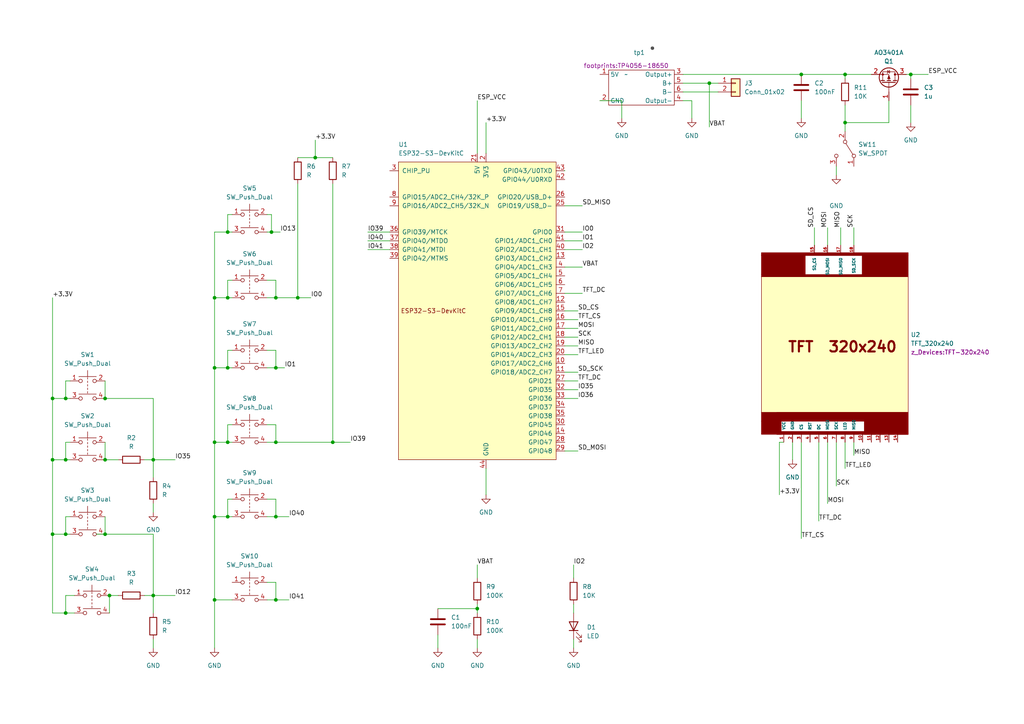
<source format=kicad_sch>
(kicad_sch (version 20230121) (generator eeschema)
  (paper "A4")
  (lib_symbols
    (symbol "Connector_Generic:Conn_01x02" (pin_names (offset 1.016) hide)
      (property "Reference" "J" (at 0 2.54 0))
      (property "Value" "Conn_01x02" (at 0 -5.08 0))
      (symbol "Conn_01x02_1_1"
        (rectangle (start -1.27 -2.413) (end 0 -2.667) (stroke (width 0.1524)))
        (rectangle (start -1.27 0.127) (end 0 -0.127) (stroke (width 0.1524)))
        (rectangle (start -1.27 1.27) (end 1.27 -3.81) (stroke (width 0.254)) (fill (type background)))
        (pin passive line (at -5.08 0 0) (length 3.81) (name "Pin_1") (number "1"))
        (pin passive line (at -5.08 -2.54 0) (length 3.81) (name "Pin_2") (number "2"))
      )
    )
    (symbol "Device:C" (pin_numbers hide) (pin_names (offset 0.254))
      (property "Reference" "C" (at 0.635 2.54 0))
      (property "Value" "C" (at 0.635 -2.54 0))
      (symbol "C_0_1"
        (polyline (pts (xy -2.032 -0.762) (xy 2.032 -0.762)) (stroke (width 0.508)))
        (polyline (pts (xy -2.032 0.762) (xy 2.032 0.762)) (stroke (width 0.508)))
      )
      (symbol "C_1_1"
        (pin passive line (at 0 3.81 270) (length 2.794) (name "~") (number "1"))
        (pin passive line (at 0 -3.81 90) (length 2.794) (name "~") (number "2"))
      )
    )
    (symbol "Device:LED" (pin_numbers hide) (pin_names (offset 1.016) hide)
      (property "Reference" "D" (at 0 2.54 0))
      (property "Value" "LED" (at 0 -2.54 0))
      (symbol "LED_0_1"
        (polyline (pts (xy -1.27 -1.27) (xy -1.27 1.27)) (stroke (width 0.254)))
        (polyline (pts (xy -1.27 0) (xy 1.27 0)))
        (polyline (pts (xy 1.27 -1.27) (xy 1.27 1.27) (xy -1.27 0) (xy 1.27 -1.27)) (stroke (width 0.254)))
        (polyline (pts (xy -3.048 -0.762) (xy -4.572 -2.286) (xy -3.81 -2.286) (xy -4.572 -2.286) (xy -4.572 -1.524)))
        (polyline (pts (xy -1.778 -0.762) (xy -3.302 -2.286) (xy -2.54 -2.286) (xy -3.302 -2.286) (xy -3.302 -1.524)))
      )
      (symbol "LED_1_1"
        (pin passive line (at -3.81 0 0) (length 2.54) (name "K") (number "1"))
        (pin passive line (at 3.81 0 180) (length 2.54) (name "A") (number "2"))
      )
    )
    (symbol "Device:R" (pin_numbers hide) (pin_names (offset 0))
      (property "Reference" "R" (at 2.032 0 90))
      (property "Value" "R" (at 0 0 90))
      (symbol "R_0_1"
        (rectangle (start -1.016 -2.54) (end 1.016 2.54) (stroke (width 0.254)))
      )
      (symbol "R_1_1"
        (pin passive line (at 0 3.81 270) (length 1.27) (name "~") (number "1"))
        (pin passive line (at 0 -3.81 90) (length 1.27) (name "~") (number "2"))
      )
    )
    (symbol "Interface:tp4056_board"
      (property "Reference" "tp4056" (at -12.7 -10.16 0))
      (property "Footprint" "footprints:TP4056-18650" (at -16.51 -3.81 0))
      (symbol "tp4056_board_1_1"
        (rectangle (start -21.59 -5.08) (end -2.54 -15.24))
        (rectangle (start -8.89 1.27) (end -8.89 1.27) (stroke (width 1) (color 72 72 72 1)))
        (pin power_in line (at -24.13 -6.35 0) (length 2.54) (name "5V") (number "1"))
        (pin power_in line (at -24.13 -13.97 0) (length 2.54) (name "GND") (number "2"))
        (pin power_out line (at 0 -6.35 180) (length 2.54) (name "Output+") (number "3"))
        (pin power_out line (at 0 -13.97 180) (length 2.54) (name "Output-") (number "4"))
        (pin power_out line (at 0 -8.89 180) (length 2.54) (name "B+") (number "5"))
        (pin power_out line (at 0 -11.43 180) (length 2.54) (name "B-") (number "6"))
      )
    )
    (symbol "PCM_Espressif:ESP32-S3-DevKitC" (pin_names (offset 1.016))
      (property "Reference" "U" (at -22.86 48.26 0))
      (property "Value" "ESP32-S3-DevKitC" (at -22.86 45.72 0))
      (symbol "ESP32-S3-DevKitC_0_0"
        (text "ESP32-S3-DevKitC" (at -12.7 0 0) (effects (font (size 1.27 1.27))))
        (pin bidirectional line (at 25.4 -35.56 180) (length 2.54) (name "GPIO46") (number "14"))
        (pin bidirectional line (at 25.4 -10.16 180) (length 2.54) (name "GPIO13/ADC2_CH2") (number "19"))
        (pin bidirectional line (at -25.4 15.24 0) (length 2.54) (name "GPIO42/MTMS") (number "39"))
        (pin bidirectional line (at 25.4 17.78 180) (length 2.54) (name "GPIO2/ADC1_CH1") (number "40"))
        (pin bidirectional line (at 25.4 20.32 180) (length 2.54) (name "GPIO1/ADC1_CH0") (number "41"))
        (pin bidirectional line (at 25.4 38.1 180) (length 2.54) (name "GPIO44/U0RXD") (number "42"))
        (pin bidirectional line (at 25.4 40.64 180) (length 2.54) (name "GPIO43/U0TXD") (number "43"))
      )
      (symbol "ESP32-S3-DevKitC_0_1"
        (pin power_in line (at 2.54 45.72 270) (length 2.54) (name "3V3") (number "2"))
      )
      (symbol "ESP32-S3-DevKitC_1_1"
        (rectangle (start -22.86 43.18) (end 22.86 -43.18) (fill (type background)))
        (pin passive line (at 2.54 45.72 270) (length 2.54) hide (name "3V3") (number "1"))
        (pin bidirectional line (at 25.4 -15.24 180) (length 2.54) (name "GPIO17/ADC2_CH6") (number "10"))
        (pin bidirectional line (at 25.4 -17.78 180) (length 2.54) (name "GPIO18/ADC2_CH7") (number "11"))
        (pin bidirectional line (at 25.4 2.54 180) (length 2.54) (name "GPIO8/ADC1_CH7") (number "12"))
        (pin bidirectional line (at 25.4 15.24 180) (length 2.54) (name "GPIO3/ADC1_CH2") (number "13"))
        (pin bidirectional line (at 25.4 0 180) (length 2.54) (name "GPIO9/ADC1_CH8") (number "15"))
        (pin bidirectional line (at 25.4 -2.54 180) (length 2.54) (name "GPIO10/ADC1_CH9") (number "16"))
        (pin bidirectional line (at 25.4 -5.08 180) (length 2.54) (name "GPIO11/ADC2_CH0") (number "17"))
        (pin bidirectional line (at 25.4 -7.62 180) (length 2.54) (name "GPIO12/ADC2_CH1") (number "18"))
        (pin bidirectional line (at 25.4 -12.7 180) (length 2.54) (name "GPIO14/ADC2_CH3") (number "20"))
        (pin power_in line (at 0 45.72 270) (length 2.54) (name "5V") (number "21"))
        (pin passive line (at -17.78 -45.72 90) (length 2.54) hide (name "GND") (number "22"))
        (pin passive line (at -12.7 -45.72 90) (length 2.54) hide (name "GND") (number "23"))
        (pin passive line (at -7.62 -45.72 90) (length 2.54) hide (name "GND") (number "24"))
        (pin bidirectional line (at 25.4 30.48 180) (length 2.54) (name "GPIO19/USB_D-") (number "25"))
        (pin bidirectional line (at 25.4 33.02 180) (length 2.54) (name "GPIO20/USB_D+") (number "26"))
        (pin bidirectional line (at 25.4 -20.32 180) (length 2.54) (name "GPIO21") (number "27"))
        (pin bidirectional line (at 25.4 -38.1 180) (length 2.54) (name "GPIO47") (number "28"))
        (pin bidirectional line (at 25.4 -40.64 180) (length 2.54) (name "GPIO48") (number "29"))
        (pin input line (at -25.4 40.64 0) (length 2.54) (name "CHIP_PU") (number "3"))
        (pin bidirectional line (at 25.4 -33.02 180) (length 2.54) (name "GPIO45") (number "30"))
        (pin bidirectional line (at 25.4 22.86 180) (length 2.54) (name "GPIO0") (number "31"))
        (pin bidirectional line (at 25.4 -22.86 180) (length 2.54) (name "GPIO35") (number "32"))
        (pin bidirectional line (at 25.4 -25.4 180) (length 2.54) (name "GPIO36") (number "33"))
        (pin bidirectional line (at 25.4 -27.94 180) (length 2.54) (name "GPIO37") (number "34"))
        (pin bidirectional line (at 25.4 -30.48 180) (length 2.54) (name "GPIO38") (number "35"))
        (pin bidirectional line (at -25.4 22.86 0) (length 2.54) (name "GPIO39/MTCK") (number "36"))
        (pin bidirectional line (at -25.4 20.32 0) (length 2.54) (name "GPIO40/MTDO") (number "37"))
        (pin bidirectional line (at -25.4 17.78 0) (length 2.54) (name "GPIO41/MTDI") (number "38"))
        (pin bidirectional line (at 25.4 12.7 180) (length 2.54) (name "GPIO4/ADC1_CH3") (number "4"))
        (pin power_in line (at 2.54 -45.72 90) (length 2.54) (name "GND") (number "44"))
        (pin bidirectional line (at 25.4 10.16 180) (length 2.54) (name "GPIO5/ADC1_CH4") (number "5"))
        (pin bidirectional line (at 25.4 7.62 180) (length 2.54) (name "GPIO6/ADC1_CH5") (number "6"))
        (pin bidirectional line (at 25.4 5.08 180) (length 2.54) (name "GPIO7/ADC1_CH6") (number "7"))
        (pin bidirectional line (at -25.4 33.02 0) (length 2.54) (name "GPIO15/ADC2_CH4/32K_P") (number "8"))
        (pin bidirectional line (at -25.4 30.48 0) (length 2.54) (name "GPIO16/ADC2_CH5/32K_N") (number "9"))
      )
    )
    (symbol "Switch:SW_Push_Dual" (pin_names (offset 1.016) hide)
      (property "Reference" "SW" (at 1.27 2.54 0))
      (property "Value" "SW_Push_Dual" (at 0 -6.858 0))
      (symbol "SW_Push_Dual_0_1"
        (circle (center -2.032 -5.08) (radius 0.508))
        (circle (center -2.032 0) (radius 0.508))
        (polyline (pts (xy 0 -3.048) (xy 0 -3.556)))
        (polyline (pts (xy 0 -2.032) (xy 0 -2.54)))
        (polyline (pts (xy 0 -1.524) (xy 0 -1.016)))
        (polyline (pts (xy 0 -0.508) (xy 0 0)))
        (polyline (pts (xy 0 0.508) (xy 0 1.016)))
        (polyline (pts (xy 0 1.27) (xy 0 3.048)))
        (polyline (pts (xy 2.54 -3.81) (xy -2.54 -3.81)))
        (polyline (pts (xy 2.54 1.27) (xy -2.54 1.27)))
        (circle (center 2.032 -5.08) (radius 0.508))
        (circle (center 2.032 0) (radius 0.508))
        (pin passive line (at -5.08 0 0) (length 2.54) (name "1") (number "1"))
        (pin passive line (at 5.08 0 180) (length 2.54) (name "2") (number "2"))
        (pin passive line (at -5.08 -5.08 0) (length 2.54) (name "3") (number "3"))
        (pin passive line (at 5.08 -5.08 180) (length 2.54) (name "4") (number "4"))
      )
    )
    (symbol "Switch:SW_SPDT" (pin_names (offset 0) hide)
      (property "Reference" "SW" (at 0 4.318 0))
      (property "Value" "SW_SPDT" (at 0 -5.08 0))
      (symbol "SW_SPDT_0_0"
        (circle (center -2.032 0) (radius 0.508))
        (circle (center 2.032 -2.54) (radius 0.508))
      )
      (symbol "SW_SPDT_0_1"
        (polyline (pts (xy -1.524 0.254) (xy 1.651 2.286)))
        (circle (center 2.032 2.54) (radius 0.508))
      )
      (symbol "SW_SPDT_1_1"
        (pin passive line (at 5.08 2.54 180) (length 2.54) (name "A") (number "1"))
        (pin passive line (at -5.08 0 0) (length 2.54) (name "B") (number "2"))
        (pin passive line (at 5.08 -2.54 180) (length 2.54) (name "C") (number "3"))
      )
    )
    (symbol "Transistor_FET:AO3401A" (pin_names hide)
      (property "Reference" "Q" (at 5.08 1.905 0))
      (property "Value" "AO3401A" (at 5.08 0 0))
      (symbol "AO3401A_0_1"
        (polyline (pts (xy 0.254 0) (xy -2.54 0)))
        (polyline (pts (xy 0.254 1.905) (xy 0.254 -1.905)) (stroke (width 0.254)))
        (polyline (pts (xy 0.762 -1.27) (xy 0.762 -2.286)) (stroke (width 0.254)))
        (polyline (pts (xy 0.762 0.508) (xy 0.762 -0.508)) (stroke (width 0.254)))
        (polyline (pts (xy 0.762 2.286) (xy 0.762 1.27)) (stroke (width 0.254)))
        (polyline (pts (xy 2.54 2.54) (xy 2.54 1.778)))
        (polyline (pts (xy 2.54 -2.54) (xy 2.54 0) (xy 0.762 0)))
        (polyline (pts (xy 0.762 1.778) (xy 3.302 1.778) (xy 3.302 -1.778) (xy 0.762 -1.778)))
        (polyline (pts (xy 2.286 0) (xy 1.27 0.381) (xy 1.27 -0.381) (xy 2.286 0)) (fill (type outline)))
        (polyline (pts (xy 2.794 -0.508) (xy 2.921 -0.381) (xy 3.683 -0.381) (xy 3.81 -0.254)))
        (polyline (pts (xy 3.302 -0.381) (xy 2.921 0.254) (xy 3.683 0.254) (xy 3.302 -0.381)))
        (circle (center 1.651 0) (radius 2.794) (stroke (width 0.254)))
        (circle (center 2.54 -1.778) (radius 0.254) (fill (type outline)))
        (circle (center 2.54 1.778) (radius 0.254) (fill (type outline)))
      )
      (symbol "AO3401A_1_1"
        (pin input line (at -5.08 0 0) (length 2.54) (name "G") (number "1"))
        (pin passive line (at 2.54 -5.08 90) (length 2.54) (name "S") (number "2"))
        (pin passive line (at 2.54 5.08 270) (length 2.54) (name "D") (number "3"))
      )
    )
    (symbol "power:GND" (power) (pin_names (offset 0))
      (property "Value" "GND" (at 0 -3.81 0))
      (symbol "GND_0_1"
        (polyline (pts (xy 0 0) (xy 0 -1.27) (xy 1.27 -1.27) (xy 0 -2.54) (xy -1.27 -1.27) (xy 0 -1.27)))
      )
      (symbol "GND_1_1"
        (pin power_in line (at 0 0 270) (length 0) hide (name "GND") (number "1"))
      )
    )
    (symbol "tft_320x240:TFT_320x240" (pin_names (offset 1.016))
      (property "Reference" "U?" (at -52.832 61.9761 0))
      (property "Value" "TFT_320x240" (at -52.832 59.4361 0))
      (property "Footprint" "z_Devices:TFT-320x240" (at -52.832 56.8961 0))
      (symbol "TFT_320x240_0_0"
        (text "TFT  320x240" (at -73.152 61.976 0) (effects (font (size 2.9972 2.9972) bold)))
      )
      (symbol "TFT_320x240_0_1"
        (rectangle (start -96.647 40.386) (end -90.932 36.576) (fill (type outline)))
        (rectangle (start -96.647 42.926) (end -54.102 40.386) (fill (type outline)))
        (rectangle (start -96.647 82.296) (end -54.102 42.926) (fill (type background)))
        (rectangle (start -96.647 82.931) (end -54.102 82.296) (fill (type outline)))
        (rectangle (start -96.647 88.646) (end -83.947 82.931) (fill (type outline)))
        (rectangle (start -96.647 89.281) (end -54.102 88.4428) (fill (type outline)))
        (rectangle (start -92.202 36.576) (end -54.102 42.926))
        (rectangle (start -92.202 37.4142) (end -54.102 36.576) (fill (type outline)))
        (rectangle (start -67.437 88.646) (end -54.102 82.931) (fill (type outline)))
        (rectangle (start -66.802 40.386) (end -54.102 36.576) (fill (type outline)))
      )
      (symbol "TFT_320x240_1_1"
        (pin power_in line (at -90.17 34.29 90) (length 2.54) (name "VCC") (number "1"))
        (pin bidirectional line (at -67.31 34.29 90) (length 2.54) (name "~") (number "10"))
        (pin bidirectional line (at -64.77 34.29 90) (length 2.54) (name "~") (number "11"))
        (pin bidirectional line (at -62.23 34.29 90) (length 2.54) (name "~") (number "12"))
        (pin bidirectional line (at -59.69 34.29 90) (length 2.54) (name "~") (number "13"))
        (pin bidirectional line (at -57.15 34.29 90) (length 2.54) (name "~") (number "14"))
        (pin bidirectional line (at -81.28 91.44 270) (length 2.54) (name "SD_CS") (number "15"))
        (pin bidirectional line (at -77.47 91.44 270) (length 2.54) (name "SD_MOSI") (number "16"))
        (pin bidirectional line (at -73.66 91.44 270) (length 2.54) (name "SD_MISO") (number "17"))
        (pin bidirectional line (at -69.85 91.44 270) (length 2.54) (name "SD_SCK") (number "18"))
        (pin bidirectional line (at -87.63 34.29 90) (length 2.54) (name "GND") (number "2"))
        (pin bidirectional line (at -85.09 34.29 90) (length 2.54) (name "CS") (number "3"))
        (pin bidirectional line (at -82.55 34.29 90) (length 2.54) (name "RST") (number "4"))
        (pin bidirectional line (at -80.01 34.29 90) (length 2.54) (name "DC") (number "5"))
        (pin bidirectional line (at -77.47 34.29 90) (length 2.54) (name "MOSI") (number "6"))
        (pin bidirectional line (at -74.93 34.29 90) (length 2.54) (name "SCK") (number "7"))
        (pin power_in line (at -72.39 34.29 90) (length 2.54) (name "LED") (number "8"))
        (pin bidirectional line (at -69.85 34.29 90) (length 2.54) (name "MISO") (number "9"))
      )
    )
  )
  (junction (at 91.44 45.72))
  (junction (at 30.48 115.57))
  (junction (at 80.01 106.68))
  (junction (at 138.43 176.53))
  (junction (at 15.24 154.94))
  (junction (at 31.75 172.72))
  (junction (at 15.24 133.35))
  (junction (at 62.23 106.68))
  (junction (at 62.23 173.99))
  (junction (at 80.01 128.27))
  (junction (at 245.11 21.59))
  (junction (at 44.45 133.35))
  (junction (at 264.16 21.59))
  (junction (at 30.48 133.35))
  (junction (at 66.04 67.31))
  (junction (at 86.36 86.36))
  (junction (at 62.23 128.27))
  (junction (at 19.05 177.8))
  (junction (at 30.48 154.94))
  (junction (at 78.74 67.31))
  (junction (at 80.01 173.99))
  (junction (at 19.05 154.94))
  (junction (at 245.11 35.56))
  (junction (at 62.23 86.36))
  (junction (at 66.04 106.68))
  (junction (at 15.24 115.57))
  (junction (at 62.23 149.86))
  (junction (at 96.52 128.27))
  (junction (at 19.05 115.57))
  (junction (at 66.04 149.86))
  (junction (at 80.01 149.86))
  (junction (at 66.04 86.36))
  (junction (at 232.41 21.59))
  (junction (at 19.05 133.35))
  (junction (at 80.01 86.36))
  (junction (at 44.45 172.72))
  (junction (at 205.74 24.13))
  (junction (at 66.04 128.27))
  (wire (pts (xy 27.94 154.94) (xy 30.48 154.94)))
  (wire (pts (xy 19.05 133.35) (xy 20.32 133.35)))
  (wire (pts (xy 205.74 36.83) (xy 205.74 24.13)))
  (wire (pts (xy 127 184.15) (xy 127 187.96)))
  (wire (pts (xy 236.22 71.12) (xy 236.22 66.04)))
  (wire (pts (xy 77.47 81.28) (xy 80.01 81.28)))
  (wire (pts (xy 66.04 62.23) (xy 66.04 67.31)))
  (wire (pts (xy 163.83 67.31) (xy 168.91 67.31)))
  (wire (pts (xy 106.68 67.31) (xy 113.03 67.31)))
  (wire (pts (xy 44.45 172.72) (xy 50.8 172.72)))
  (wire (pts (xy 44.45 138.43) (xy 44.45 133.35)))
  (wire (pts (xy 77.47 67.31) (xy 78.74 67.31)))
  (wire (pts (xy 30.48 128.27) (xy 30.48 133.35)))
  (wire (pts (xy 62.23 106.68) (xy 62.23 128.27)))
  (wire (pts (xy 257.81 29.21) (xy 257.81 35.56)))
  (wire (pts (xy 62.23 67.31) (xy 62.23 86.36)))
  (wire (pts (xy 67.31 101.6) (xy 66.04 101.6)))
  (wire (pts (xy 80.01 149.86) (xy 83.82 149.86)))
  (wire (pts (xy 163.83 113.03) (xy 167.64 113.03)))
  (wire (pts (xy 30.48 110.49) (xy 30.48 115.57)))
  (wire (pts (xy 180.34 29.21) (xy 180.34 34.29)))
  (wire (pts (xy 245.11 35.56) (xy 245.11 38.1)))
  (wire (pts (xy 21.59 172.72) (xy 19.05 172.72)))
  (wire (pts (xy 44.45 133.35) (xy 41.91 133.35)))
  (wire (pts (xy 77.47 144.78) (xy 80.01 144.78)))
  (wire (pts (xy 163.83 110.49) (xy 167.64 110.49)))
  (wire (pts (xy 163.83 97.79) (xy 167.64 97.79)))
  (wire (pts (xy 19.05 115.57) (xy 20.32 115.57)))
  (wire (pts (xy 80.01 173.99) (xy 83.82 173.99)))
  (wire (pts (xy 86.36 45.72) (xy 91.44 45.72)))
  (wire (pts (xy 163.83 130.81) (xy 167.64 130.81)))
  (wire (pts (xy 91.44 40.64) (xy 91.44 45.72)))
  (wire (pts (xy 15.24 177.8) (xy 19.05 177.8)))
  (wire (pts (xy 67.31 62.23) (xy 66.04 62.23)))
  (wire (pts (xy 80.01 86.36) (xy 77.47 86.36)))
  (wire (pts (xy 19.05 154.94) (xy 20.32 154.94)))
  (wire (pts (xy 138.43 185.42) (xy 138.43 187.96)))
  (wire (pts (xy 245.11 21.59) (xy 245.11 22.86)))
  (wire (pts (xy 19.05 172.72) (xy 19.05 177.8)))
  (wire (pts (xy 242.57 128.27) (xy 242.57 140.97)))
  (wire (pts (xy 80.01 128.27) (xy 77.47 128.27)))
  (wire (pts (xy 96.52 128.27) (xy 101.6 128.27)))
  (wire (pts (xy 229.87 128.27) (xy 229.87 133.35)))
  (wire (pts (xy 78.74 67.31) (xy 78.74 62.23)))
  (wire (pts (xy 66.04 81.28) (xy 66.04 86.36)))
  (wire (pts (xy 44.45 154.94) (xy 30.48 154.94)))
  (wire (pts (xy 80.01 106.68) (xy 82.55 106.68)))
  (wire (pts (xy 240.03 71.12) (xy 240.03 66.04)))
  (wire (pts (xy 140.97 35.56) (xy 140.97 44.45)))
  (wire (pts (xy 163.83 77.47) (xy 168.91 77.47)))
  (wire (pts (xy 77.47 149.86) (xy 80.01 149.86)))
  (wire (pts (xy 138.43 163.83) (xy 138.43 167.64)))
  (wire (pts (xy 86.36 53.34) (xy 86.36 86.36)))
  (wire (pts (xy 166.37 185.42) (xy 166.37 187.96)))
  (wire (pts (xy 257.81 35.56) (xy 245.11 35.56)))
  (wire (pts (xy 163.83 69.85) (xy 168.91 69.85)))
  (wire (pts (xy 86.36 86.36) (xy 90.17 86.36)))
  (wire (pts (xy 245.11 35.56) (xy 245.11 30.48)))
  (wire (pts (xy 245.11 21.59) (xy 252.73 21.59)))
  (wire (pts (xy 264.16 30.48) (xy 264.16 35.56)))
  (wire (pts (xy 19.05 110.49) (xy 19.05 115.57)))
  (wire (pts (xy 62.23 86.36) (xy 66.04 86.36)))
  (wire (pts (xy 19.05 149.86) (xy 19.05 154.94)))
  (wire (pts (xy 20.32 110.49) (xy 19.05 110.49)))
  (wire (pts (xy 15.24 177.8) (xy 15.24 154.94)))
  (wire (pts (xy 44.45 177.8) (xy 44.45 172.72)))
  (wire (pts (xy 77.47 168.91) (xy 80.01 168.91)))
  (wire (pts (xy 237.49 128.27) (xy 237.49 151.13)))
  (wire (pts (xy 106.68 72.39) (xy 113.03 72.39)))
  (wire (pts (xy 62.23 173.99) (xy 67.31 173.99)))
  (wire (pts (xy 163.83 102.87) (xy 167.64 102.87)))
  (wire (pts (xy 232.41 21.59) (xy 245.11 21.59)))
  (wire (pts (xy 80.01 168.91) (xy 80.01 173.99)))
  (wire (pts (xy 15.24 133.35) (xy 19.05 133.35)))
  (wire (pts (xy 140.97 135.89) (xy 140.97 143.51)))
  (wire (pts (xy 198.12 29.21) (xy 200.66 29.21)))
  (wire (pts (xy 15.24 154.94) (xy 19.05 154.94)))
  (wire (pts (xy 173.99 29.21) (xy 180.34 29.21)))
  (wire (pts (xy 163.83 59.69) (xy 168.91 59.69)))
  (wire (pts (xy 138.43 176.53) (xy 138.43 177.8)))
  (wire (pts (xy 80.01 106.68) (xy 80.01 101.6)))
  (wire (pts (xy 262.89 21.59) (xy 264.16 21.59)))
  (wire (pts (xy 264.16 21.59) (xy 264.16 22.86)))
  (wire (pts (xy 264.16 21.59) (xy 269.24 21.59)))
  (wire (pts (xy 96.52 128.27) (xy 80.01 128.27)))
  (wire (pts (xy 66.04 106.68) (xy 67.31 106.68)))
  (wire (pts (xy 80.01 144.78) (xy 80.01 149.86)))
  (wire (pts (xy 66.04 144.78) (xy 66.04 149.86)))
  (wire (pts (xy 67.31 144.78) (xy 66.04 144.78)))
  (wire (pts (xy 232.41 128.27) (xy 232.41 156.21)))
  (wire (pts (xy 44.45 115.57) (xy 44.45 133.35)))
  (wire (pts (xy 67.31 123.19) (xy 66.04 123.19)))
  (wire (pts (xy 163.83 85.09) (xy 168.91 85.09)))
  (wire (pts (xy 77.47 106.68) (xy 80.01 106.68)))
  (wire (pts (xy 96.52 53.34) (xy 96.52 128.27)))
  (wire (pts (xy 138.43 175.26) (xy 138.43 176.53)))
  (wire (pts (xy 200.66 29.21) (xy 200.66 34.29)))
  (wire (pts (xy 127 176.53) (xy 138.43 176.53)))
  (wire (pts (xy 66.04 123.19) (xy 66.04 128.27)))
  (wire (pts (xy 77.47 123.19) (xy 80.01 123.19)))
  (wire (pts (xy 78.74 62.23) (xy 77.47 62.23)))
  (wire (pts (xy 62.23 128.27) (xy 62.23 149.86)))
  (wire (pts (xy 30.48 133.35) (xy 34.29 133.35)))
  (wire (pts (xy 66.04 86.36) (xy 67.31 86.36)))
  (wire (pts (xy 62.23 86.36) (xy 62.23 106.68)))
  (wire (pts (xy 19.05 177.8) (xy 21.59 177.8)))
  (wire (pts (xy 91.44 45.72) (xy 96.52 45.72)))
  (wire (pts (xy 31.75 172.72) (xy 31.75 177.8)))
  (wire (pts (xy 15.24 133.35) (xy 15.24 115.57)))
  (wire (pts (xy 226.06 128.27) (xy 226.06 143.51)))
  (wire (pts (xy 247.65 71.12) (xy 247.65 66.04)))
  (wire (pts (xy 78.74 67.31) (xy 81.28 67.31)))
  (wire (pts (xy 31.75 172.72) (xy 34.29 172.72)))
  (wire (pts (xy 44.45 115.57) (xy 30.48 115.57)))
  (wire (pts (xy 163.7538 49.4284) (xy 163.7538 49.53)))
  (wire (pts (xy 226.06 128.27) (xy 227.33 128.27)))
  (wire (pts (xy 163.83 115.57) (xy 167.64 115.57)))
  (wire (pts (xy 232.41 29.21) (xy 232.41 34.29)))
  (wire (pts (xy 86.36 86.36) (xy 80.01 86.36)))
  (wire (pts (xy 138.43 29.21) (xy 138.43 44.45)))
  (wire (pts (xy 240.03 128.27) (xy 240.03 146.05)))
  (wire (pts (xy 163.83 107.95) (xy 167.64 107.95)))
  (wire (pts (xy 245.11 128.27) (xy 245.11 135.89)))
  (wire (pts (xy 247.65 128.27) (xy 247.65 132.08)))
  (wire (pts (xy 163.83 49.53) (xy 163.7538 49.53)))
  (wire (pts (xy 80.01 101.6) (xy 77.47 101.6)))
  (wire (pts (xy 106.68 69.85) (xy 113.03 69.85)))
  (wire (pts (xy 62.23 173.99) (xy 62.23 187.96)))
  (wire (pts (xy 66.04 67.31) (xy 62.23 67.31)))
  (wire (pts (xy 44.45 172.72) (xy 41.91 172.72)))
  (wire (pts (xy 166.37 163.83) (xy 166.37 167.64)))
  (wire (pts (xy 20.32 128.27) (xy 19.05 128.27)))
  (wire (pts (xy 66.04 101.6) (xy 66.04 106.68)))
  (wire (pts (xy 20.32 149.86) (xy 19.05 149.86)))
  (wire (pts (xy 198.12 24.13) (xy 205.74 24.13)))
  (wire (pts (xy 44.45 185.42) (xy 44.45 187.96)))
  (wire (pts (xy 205.74 24.13) (xy 208.28 24.13)))
  (wire (pts (xy 66.04 149.86) (xy 67.31 149.86)))
  (wire (pts (xy 15.24 154.94) (xy 15.24 133.35)))
  (wire (pts (xy 80.01 81.28) (xy 80.01 86.36)))
  (wire (pts (xy 80.01 123.19) (xy 80.01 128.27)))
  (wire (pts (xy 62.23 128.27) (xy 66.04 128.27)))
  (wire (pts (xy 15.24 115.57) (xy 19.05 115.57)))
  (wire (pts (xy 62.23 106.68) (xy 66.04 106.68)))
  (wire (pts (xy 77.47 173.99) (xy 80.01 173.99)))
  (wire (pts (xy 62.23 149.86) (xy 62.23 173.99)))
  (wire (pts (xy 67.31 67.31) (xy 66.04 67.31)))
  (wire (pts (xy 198.12 21.59) (xy 232.41 21.59)))
  (wire (pts (xy 242.57 48.26) (xy 242.57 50.8)))
  (wire (pts (xy 163.83 95.25) (xy 167.64 95.25)))
  (wire (pts (xy 163.83 92.71) (xy 167.64 92.71)))
  (wire (pts (xy 163.83 100.33) (xy 167.64 100.33)))
  (wire (pts (xy 44.45 146.05) (xy 44.45 148.59)))
  (wire (pts (xy 67.31 81.28) (xy 66.04 81.28)))
  (wire (pts (xy 19.05 128.27) (xy 19.05 133.35)))
  (wire (pts (xy 44.45 133.35) (xy 50.8 133.35)))
  (wire (pts (xy 166.37 175.26) (xy 166.37 177.8)))
  (wire (pts (xy 243.84 66.04) (xy 243.84 71.12)))
  (wire (pts (xy 30.48 154.94) (xy 30.48 149.86)))
  (wire (pts (xy 62.23 149.86) (xy 66.04 149.86)))
  (wire (pts (xy 198.12 26.67) (xy 208.28 26.67)))
  (wire (pts (xy 163.83 72.39) (xy 168.91 72.39)))
  (wire (pts (xy 44.45 154.94) (xy 44.45 172.72)))
  (wire (pts (xy 181.61 472.44) (xy 336.55 472.44)))
  (wire (pts (xy 66.04 128.27) (xy 67.31 128.27)))
  (wire (pts (xy 163.83 90.17) (xy 167.64 90.17)))
  (wire (pts (xy 15.24 86.36) (xy 15.24 115.57)))
  (label "IO40" (at 106.68 69.85 0))
  (label "MISO" (at 243.84 66.04 90))
  (label "MISO" (at 247.65 132.08 0))
  (label "SD_SCK" (at 167.64 107.95 0))
  (label "IO35" (at 50.8 133.35 0))
  (label "IO1" (at 168.91 69.85 0))
  (label "IO39" (at 106.68 67.31 0))
  (label "TFT_DC" (at 167.64 110.49 0))
  (label "+3.3V" (at 226.06 143.51 0))
  (label "IO35" (at 167.64 113.03 0))
  (label "SD_CS" (at 167.64 90.17 0))
  (label "TFT_DC" (at 237.49 151.13 0))
  (label "SCK" (at 242.57 140.97 0))
  (label "SCK" (at 247.65 66.04 90))
  (label "SD_MISO" (at 168.91 59.69 0))
  (label "MOSI" (at 240.03 66.04 90))
  (label "IO41" (at 83.82 173.99 0))
  (label "TFT_DC" (at 168.91 85.09 0))
  (label "IO1" (at 82.55 106.68 0))
  (label "IO41" (at 106.68 72.39 0))
  (label "IO2" (at 168.91 72.39 0))
  (label "SD_MOSI" (at 167.64 130.81 0))
  (label "VBAT" (at 205.74 36.83 0))
  (label "IO12" (at 50.8 172.72 0))
  (label "ESP_VCC" (at 138.43 29.21 0))
  (label "IO0" (at 168.91 67.31 0))
  (label "TFT_CS" (at 167.64 92.71 0))
  (label "SD_CS" (at 236.22 66.04 90))
  (label "+3.3V" (at 91.44 40.64 0))
  (label "IO0" (at 90.17 86.36 0))
  (label "TFT_LED" (at 245.11 135.89 0))
  (label "IO40" (at 83.82 149.86 0))
  (label "TFT_CS" (at 232.41 156.21 0))
  (label "+3.3V" (at 140.97 35.56 0))
  (label "VBAT" (at 138.43 163.83 0))
  (label "SCK" (at 167.64 97.79 0))
  (label "IO39" (at 101.6 128.27 0))
  (label "IO36" (at 167.64 115.57 0))
  (label "VBAT" (at 168.91 77.47 0))
  (label "+3.3V" (at 15.24 86.36 0))
  (label "IO13" (at 81.28 67.31 0))
  (label "MOSI" (at 240.03 146.05 0))
  (label "IO2" (at 166.37 163.83 0))
  (label "ESP_VCC" (at 269.24 21.59 0))
  (label "MISO" (at 167.64 100.33 0))
  (label "TFT_LED" (at 167.64 102.87 0))
  (label "MOSI" (at 167.64 95.25 0))
  (symbol (lib_id "Device:R") (at 166.37 171.45 0) (unit 1)
    (property "Reference" "R8" (at 168.91 170.18 0) (effects (justify left)))
    (property "Value" "10K" (at 168.91 172.72 0) (effects (justify left)))
    (property "Footprint" "Resistor_THT:R_Axial_DIN0207_L6.3mm_D2.5mm_P7.62mm_Horizontal" (effects hide))
  )
  (symbol (lib_id "Interface:tp4056_board") (at 198.12 15.24 0) (unit 1)
    (property "Reference" "tp1" (at 185.42 15.24 0))
    (property "Value" "~" (at 181.61 21.59 0))
    (property "Footprint" "footprints:TP4056-18650" (at 181.61 19.05 0))
  )
  (symbol (lib_id "Switch:SW_Push_Dual") (at 72.39 144.78 0) (unit 1)
    (property "Reference" "SW9" (at 72.39 137.16 0))
    (property "Value" "SW_Push_Dual" (at 72.39 139.7 0))
    (property "Footprint" "Button_Switch_THT:SW_PUSH-12mm" (effects hide))
  )
  (symbol (lib_id "Switch:SW_Push_Dual") (at 72.39 123.19 0) (unit 1)
    (property "Reference" "SW8" (at 72.39 115.57 0))
    (property "Value" "SW_Push_Dual" (at 72.39 118.11 0))
    (property "Footprint" "Button_Switch_THT:SW_PUSH-12mm" (effects hide))
  )
  (symbol (lib_id "Device:R") (at 86.36 49.53 0) (unit 1)
    (property "Reference" "R6" (at 88.9 48.26 0) (effects (justify left)))
    (property "Value" "R" (at 88.9 50.8 0) (effects (justify left)))
    (property "Footprint" "Resistor_THT:R_Axial_DIN0207_L6.3mm_D2.5mm_P7.62mm_Horizontal" (effects hide))
  )
  (symbol (lib_id "tft_320x240:TFT_320x240") (at 317.5 162.56 0) (unit 1)
    (property "Reference" "U2" (at 264.16 97.0915 0) (effects (justify left)))
    (property "Value" "TFT_320x240" (at 264.16 99.6315 0) (effects (justify left)))
    (property "Footprint" "z_Devices:TFT-320x240" (at 264.16 102.1715 0) (effects (justify left)))
  )
  (symbol (lib_id "power:GND") (at 242.57 50.8 0) (unit 1)
    (property "Reference" "#PWR08" (effects hide))
    (property "Value" "GND" (at 242.57 59.69 0))
  )
  (symbol (lib_id "power:GND") (at 140.97 143.51 0) (unit 1)
    (property "Reference" "#PWR01" (effects hide))
    (property "Value" "GND" (at 140.97 148.59 0))
  )
  (symbol (lib_id "Device:R") (at 245.11 26.67 0) (unit 1)
    (property "Reference" "R11" (at 247.65 25.4 0) (effects (justify left)))
    (property "Value" "10K" (at 247.65 27.94 0) (effects (justify left)))
    (property "Footprint" "Resistor_THT:R_Axial_DIN0207_L6.3mm_D2.5mm_P7.62mm_Horizontal" (effects hide))
  )
  (symbol (lib_id "power:GND") (at 166.37 187.96 0) (unit 1)
    (property "Reference" "#PWR0104" (effects hide))
    (property "Value" "GND" (at 166.37 193.04 0))
  )
  (symbol (lib_id "power:GND") (at 232.41 34.29 0) (unit 1)
    (property "Reference" "#PWR06" (effects hide))
    (property "Value" "GND" (at 232.41 39.37 0))
  )
  (symbol (lib_id "power:GND") (at 138.43 187.96 0) (unit 1)
    (property "Reference" "#PWR04" (effects hide))
    (property "Value" "GND" (at 138.43 193.04 0))
  )
  (symbol (lib_id "Device:R") (at 96.52 49.53 0) (unit 1)
    (property "Reference" "R7" (at 99.06 48.26 0) (effects (justify left)))
    (property "Value" "R" (at 99.06 50.8 0) (effects (justify left)))
    (property "Footprint" "Resistor_THT:R_Axial_DIN0207_L6.3mm_D2.5mm_P7.62mm_Horizontal" (effects hide))
  )
  (symbol (lib_id "power:GND") (at 127 187.96 0) (unit 1)
    (property "Reference" "#PWR05" (effects hide))
    (property "Value" "GND" (at 127 193.04 0))
  )
  (symbol (lib_id "Device:C") (at 127 180.34 0) (unit 1)
    (property "Reference" "C1" (at 130.81 179.07 0) (effects (justify left)))
    (property "Value" "100nF" (at 130.81 181.61 0) (effects (justify left)))
  )
  (symbol (lib_id "Device:R") (at 38.1 133.35 270) (unit 1)
    (property "Reference" "R2" (at 38.1 127 90))
    (property "Value" "R" (at 38.1 129.54 90))
    (property "Footprint" "Resistor_THT:R_Axial_DIN0207_L6.3mm_D2.5mm_P7.62mm_Horizontal" (effects hide))
  )
  (symbol (lib_id "Switch:SW_Push_Dual") (at 25.4 110.49 0) (unit 1)
    (property "Reference" "SW1" (at 25.4 102.87 0))
    (property "Value" "SW_Push_Dual" (at 25.4 105.41 0))
    (property "Footprint" "Button_Switch_THT:SW_PUSH-12mm" (effects hide))
  )
  (symbol (lib_id "power:GND") (at 229.87 133.35 0) (unit 1)
    (property "Reference" "#PWR03" (effects hide))
    (property "Value" "GND" (at 229.87 138.43 0))
  )
  (symbol (lib_id "Switch:SW_SPDT") (at 245.11 43.18 270) (unit 1)
    (property "Reference" "SW11" (at 248.92 41.91 90) (effects (justify left)))
    (property "Value" "SW_SPDT" (at 248.92 44.45 90) (effects (justify left)))
    (property "Footprint" "Connector_PinHeader_2.54mm:PinHeader_1x03_P2.54mm_Vertical" (effects hide))
  )
  (symbol (lib_id "Switch:SW_Push_Dual") (at 72.39 81.28 0) (unit 1)
    (property "Reference" "SW6" (at 72.39 73.66 0))
    (property "Value" "SW_Push_Dual" (at 72.39 76.2 0))
    (property "Footprint" "Button_Switch_THT:SW_PUSH-12mm" (effects hide))
  )
  (symbol (lib_id "power:GND") (at 44.45 148.59 0) (unit 1)
    (property "Reference" "#PWR0105" (effects hide))
    (property "Value" "GND" (at 44.45 153.67 0))
  )
  (symbol (lib_id "Device:LED") (at 166.37 181.61 90) (unit 1)
    (property "Reference" "D1" (at 170.18 181.9275 90) (effects (justify right)))
    (property "Value" "LED" (at 170.18 184.4675 90) (effects (justify right)))
    (property "Footprint" "LED_THT:LED_D4.0mm" (effects hide))
  )
  (symbol (lib_id "Switch:SW_Push_Dual") (at 72.39 168.91 0) (unit 1)
    (property "Reference" "SW10" (at 72.39 161.29 0))
    (property "Value" "SW_Push_Dual" (at 72.39 163.83 0))
    (property "Footprint" "Button_Switch_THT:SW_PUSH-12mm" (effects hide))
  )
  (symbol (lib_id "Switch:SW_Push_Dual") (at 25.4 128.27 0) (unit 1)
    (property "Reference" "SW2" (at 25.4 120.65 0))
    (property "Value" "SW_Push_Dual" (at 25.4 123.19 0))
    (property "Footprint" "Button_Switch_THT:SW_PUSH-12mm" (effects hide))
  )
  (symbol (lib_id "Device:R") (at 38.1 172.72 270) (unit 1)
    (property "Reference" "R3" (at 38.1 166.37 90))
    (property "Value" "R" (at 38.1 168.91 90))
    (property "Footprint" "Resistor_THT:R_Axial_DIN0207_L6.3mm_D2.5mm_P7.62mm_Horizontal" (effects hide))
  )
  (symbol (lib_id "PCM_Espressif:ESP32-S3-DevKitC") (at 138.43 90.17 0) (unit 1)
    (property "Reference" "U1" (at 115.57 41.91 0) (effects (justify left)))
    (property "Value" "ESP32-S3-DevKitC" (at 115.57 44.45 0) (effects (justify left)))
    (property "Footprint" "Espressif:ESP32-S3-DevKitC" (effects hide))
  )
  (symbol (lib_id "Device:R") (at 138.43 171.45 0) (unit 1)
    (property "Reference" "R9" (at 140.97 170.18 0) (effects (justify left)))
    (property "Value" "100K" (at 140.97 172.72 0) (effects (justify left)))
    (property "Footprint" "Resistor_THT:R_Axial_DIN0207_L6.3mm_D2.5mm_P7.62mm_Horizontal" (effects hide))
  )
  (symbol (lib_id "power:GND") (at 264.16 35.56 0) (unit 1)
    (property "Reference" "#PWR010" (effects hide))
    (property "Value" "GND" (at 264.16 40.64 0))
  )
  (symbol (lib_id "Device:R") (at 44.45 181.61 0) (unit 1)
    (property "Reference" "R5" (at 46.99 180.34 0) (effects (justify left)))
    (property "Value" "R" (at 46.99 182.88 0) (effects (justify left)))
    (property "Footprint" "Resistor_THT:R_Axial_DIN0207_L6.3mm_D2.5mm_P7.62mm_Horizontal" (effects hide))
  )
  (symbol (lib_id "Switch:SW_Push_Dual") (at 72.39 101.6 0) (unit 1)
    (property "Reference" "SW7" (at 72.39 93.98 0))
    (property "Value" "SW_Push_Dual" (at 72.39 96.52 0))
    (property "Footprint" "Button_Switch_THT:SW_PUSH-12mm" (effects hide))
  )
  (symbol (lib_id "Connector_Generic:Conn_01x02") (at 213.36 24.13 0) (unit 1)
    (property "Reference" "J3" (at 215.9 24.13 0) (effects (justify left)))
    (property "Value" "Conn_01x02" (at 215.9 26.67 0) (effects (justify left)))
    (property "Footprint" "Connector:JWT_A3963_1x02_P3.96mm_Vertical" (effects hide))
  )
  (symbol (lib_id "Device:R") (at 138.43 181.61 0) (unit 1)
    (property "Reference" "R10" (at 140.97 180.34 0) (effects (justify left)))
    (property "Value" "100K" (at 140.97 182.88 0) (effects (justify left)))
    (property "Footprint" "Resistor_THT:R_Axial_DIN0207_L6.3mm_D2.5mm_P7.62mm_Horizontal" (effects hide))
  )
  (symbol (lib_id "Switch:SW_Push_Dual") (at 26.67 172.72 0) (unit 1)
    (property "Reference" "SW4" (at 26.67 165.1 0))
    (property "Value" "SW_Push_Dual" (at 26.67 167.64 0))
    (property "Footprint" "Button_Switch_THT:SW_PUSH-12mm" (effects hide))
  )
  (symbol (lib_id "power:GND") (at 44.45 187.96 0) (unit 1)
    (property "Reference" "#PWR0101" (effects hide))
    (property "Value" "GND" (at 44.45 193.04 0))
  )
  (symbol (lib_id "Transistor_FET:AO3401A") (at 257.81 24.13 270) (mirror x) (unit 1)
    (property "Reference" "Q1" (at 257.81 17.78 90))
    (property "Value" "AO3401A" (at 257.81 15.24 90))
    (property "Footprint" "Package_TO_SOT_SMD:SOT-23" (effects hide))
    (property "Datasheet" "http://www.aosmd.com/pdfs/datasheet/AO3401A.pdf" (effects hide))
  )
  (symbol (lib_id "power:GND") (at 180.34 34.29 0) (unit 1)
    (property "Reference" "#PWR02" (effects hide))
    (property "Value" "GND" (at 180.34 39.37 0))
  )
  (symbol (lib_id "Device:R") (at 44.45 142.24 0) (unit 1)
    (property "Reference" "R4" (at 46.99 140.97 0) (effects (justify left)))
    (property "Value" "R" (at 46.99 143.51 0) (effects (justify left)))
    (property "Footprint" "Resistor_THT:R_Axial_DIN0207_L6.3mm_D2.5mm_P7.62mm_Horizontal" (effects hide))
  )
  (symbol (lib_id "power:GND") (at 62.23 187.96 0) (unit 1)
    (property "Reference" "#PWR0102" (effects hide))
    (property "Value" "GND" (at 62.23 193.04 0))
  )
  (symbol (lib_id "Switch:SW_Push_Dual") (at 72.39 62.23 0) (unit 1)
    (property "Reference" "SW5" (at 72.39 54.61 0))
    (property "Value" "SW_Push_Dual" (at 72.39 57.15 0))
    (property "Footprint" "Button_Switch_THT:SW_PUSH-12mm" (effects hide))
  )
  (symbol (lib_id "Switch:SW_Push_Dual") (at 25.4 149.86 0) (unit 1)
    (property "Reference" "SW3" (at 25.4 142.24 0))
    (property "Value" "SW_Push_Dual" (at 25.4 144.78 0))
    (property "Footprint" "Button_Switch_THT:SW_PUSH-12mm" (effects hide))
  )
  (symbol (lib_id "Device:C") (at 232.41 25.4 0) (unit 1)
    (property "Reference" "C2" (at 236.22 24.13 0) (effects (justify left)))
    (property "Value" "100nF" (at 236.22 26.67 0) (effects (justify left)))
  )
  (symbol (lib_id "Device:C") (at 264.16 26.67 0) (unit 1)
    (property "Reference" "C3" (at 267.97 25.4 0) (effects (justify left)))
    (property "Value" "1u" (at 267.97 27.94 0) (effects (justify left)))
  )
  (symbol (lib_id "power:GND") (at 200.66 34.29 0) (unit 1)
    (property "Reference" "#PWR07" (effects hide))
    (property "Value" "GND" (at 200.66 39.37 0))
  )
)
</source>
